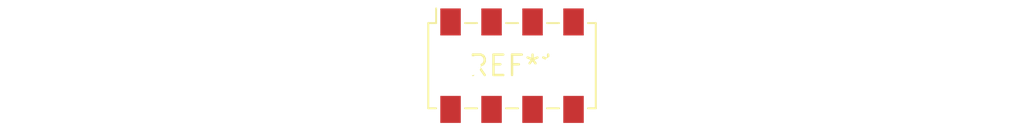
<source format=kicad_pcb>
(kicad_pcb (version 20240108) (generator pcbnew)
  (layers (0 "F.Cu" signal) (31 "B.Cu" signal) (34 "B.Paste" user) (35 "F.Paste" user) (36 "B.SilkS" user "B.Silkscreen") (37 "F.SilkS" user "F.Silkscreen") (38 "B.Mask" user) (39 "F.Mask" user) (44 "Edge.Cuts" user))
  (net 0 "")
  (footprint "Samtec_HLE-104-02-xxx-DV-BE-LC_2x04_P2.54mm_Horizontal" (layer "F.Cu") (at 0 0)
    (property "Reference" "REF**")
    (property "Value" "Samtec_HLE-104-02-xxx-DV-BE-LC_2x04_P2.54mm_Horizontal")
    (fp_line (start -5.19 -2.65) (end -5.19 2.65) (layer "F.SilkS") (stroke (width 0.12)))
    (fp_line (start -5.19 2.65) (end -4.705 2.65) (layer "F.SilkS") (stroke (width 0.12)))
    (fp_line (start -4.705 -3.56) (end -4.705 -2.65) (layer "F.SilkS") (stroke (width 0.12)))
    (fp_line (start -4.705 -2.65) (end -5.19 -2.65) (layer "F.SilkS") (stroke (width 0.12)))
    (fp_line (start -2.915 -2.65) (end -2.165 -2.65) (layer "F.SilkS") (stroke (width 0.12)))
    (fp_line (start -2.915 2.65) (end -2.165 2.65) (layer "F.SilkS") (stroke (width 0.12)))
    (fp_line (start -0.375 -2.65) (end 0.375 -2.65) (layer "F.SilkS") (stroke (width 0.12)))
    (fp_line (start -0.375 2.65) (end 0.375 2.65) (layer "F.SilkS") (stroke (width 0.12)))
    (fp_line (start 2.165 -2.65) (end 2.915 -2.65) (layer "F.SilkS") (stroke (width 0.12)))
    (fp_line (start 2.165 2.65) (end 2.915 2.65) (layer "F.SilkS") (stroke (width 0.12)))
    (fp_line (start 4.705 -2.65) (end 5.19 -2.65) (layer "F.SilkS") (stroke (width 0.12)))
    (fp_line (start 5.19 -2.65) (end 5.19 2.65) (layer "F.SilkS") (stroke (width 0.12)))
    (fp_line (start 5.19 2.65) (end 4.705 2.65) (layer "F.SilkS") (stroke (width 0.12)))
    (pad "" np_thru_hole circle (at -3.81 -1.27) (size 0.97 0.97) (drill 0.97) (layers *.Cu *.Mask))
    (pad "" np_thru_hole circle (at -3.81 1.27) (size 0.97 0.97) (drill 0.97) (layers *.Cu *.Mask))
    (pad "" np_thru_hole circle (at -2.54 0) (size 1.19 1.19) (drill 1.19) (layers *.Cu *.Mask))
    (pad "" np_thru_hole circle (at -1.27 -1.27) (size 0.97 0.97) (drill 0.97) (layers *.Cu *.Mask))
    (pad "" np_thru_hole circle (at -1.27 1.27) (size 0.97 0.97) (drill 0.97) (layers *.Cu *.Mask))
    (pad "" np_thru_hole circle (at 1.27 -1.27) (size 0.97 0.97) (drill 0.97) (layers *.Cu *.Mask))
    (pad "" np_thru_hole circle (at 1.27 1.27) (size 0.97 0.97) (drill 0.97) (layers *.Cu *.Mask))
    (pad "" np_thru_hole circle (at 2.54 0) (size 1.19 1.19) (drill 1.19) (layers *.Cu *.Mask))
    (pad "" np_thru_hole circle (at 3.81 -1.27) (size 0.97 0.97) (drill 0.97) (layers *.Cu *.Mask))
    (pad "" np_thru_hole circle (at 3.81 1.27) (size 0.97 0.97) (drill 0.97) (layers *.Cu *.Mask))
    (pad "1" smd rect (at -3.81 -2.72) (size 1.27 1.68) (layers "F.Cu" "F.Paste" "F.Mask"))
    (pad "2" smd rect (at -3.81 2.72) (size 1.27 1.68) (layers "F.Cu" "F.Paste" "F.Mask"))
    (pad "3" smd rect (at -1.27 -2.72) (size 1.27 1.68) (layers "F.Cu" "F.Paste" "F.Mask"))
    (pad "4" smd rect (at -1.27 2.72) (size 1.27 1.68) (layers "F.Cu" "F.Paste" "F.Mask"))
    (pad "5" smd rect (at 1.27 -2.72) (size 1.27 1.68) (layers "F.Cu" "F.Paste" "F.Mask"))
    (pad "6" smd rect (at 1.27 2.72) (size 1.27 1.68) (layers "F.Cu" "F.Paste" "F.Mask"))
    (pad "7" smd rect (at 3.81 -2.72) (size 1.27 1.68) (layers "F.Cu" "F.Paste" "F.Mask"))
    (pad "8" smd rect (at 3.81 2.72) (size 1.27 1.68) (layers "F.Cu" "F.Paste" "F.Mask"))
  )
)
</source>
